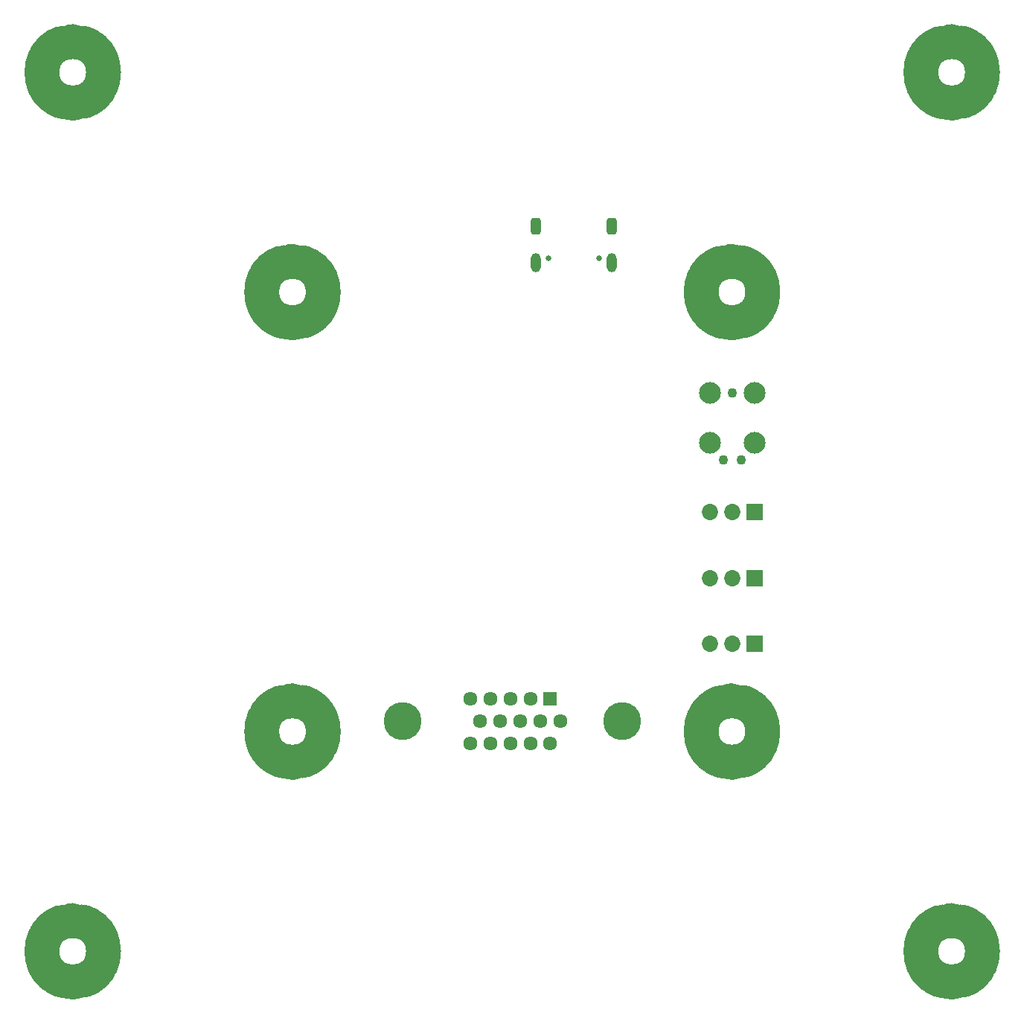
<source format=gbs>
G04*
G04 #@! TF.GenerationSoftware,Altium Limited,Altium Designer,22.2.1 (43)*
G04*
G04 Layer_Color=16711935*
%FSLAX25Y25*%
%MOIN*%
G70*
G04*
G04 #@! TF.SameCoordinates,6F0AF130-F76F-4113-A5DE-7D687C79F967*
G04*
G04*
G04 #@! TF.FilePolarity,Negative*
G04*
G01*
G75*
%ADD37C,0.15748*%
%ADD57C,0.07290*%
%ADD58R,0.07290X0.07290*%
%ADD59C,0.09750*%
%ADD60C,0.04300*%
%ADD61C,0.06337*%
%ADD62C,0.16998*%
%ADD63R,0.06337X0.06337*%
G04:AMPARAMS|DCode=64|XSize=74.87mil|YSize=43.37mil|CornerRadius=11.84mil|HoleSize=0mil|Usage=FLASHONLY|Rotation=270.000|XOffset=0mil|YOffset=0mil|HoleType=Round|Shape=RoundedRectangle|*
%AMROUNDEDRECTD64*
21,1,0.07487,0.01968,0,0,270.0*
21,1,0.05118,0.04337,0,0,270.0*
1,1,0.02368,-0.00984,-0.02559*
1,1,0.02368,-0.00984,0.02559*
1,1,0.02368,0.00984,0.02559*
1,1,0.02368,0.00984,-0.02559*
%
%ADD64ROUNDEDRECTD64*%
%ADD65O,0.04337X0.08668*%
%ADD66C,0.02677*%
D37*
X210531Y-196850D02*
G03*
X210531Y-196850I-13780J0D01*
G01*
X-183169D02*
G03*
X-183169Y-196850I-13780J0D01*
G01*
Y196850D02*
G03*
X-183169Y196850I-13780J0D01*
G01*
X210531D02*
G03*
X210531Y196850I-13780J0D01*
G01*
X112106Y-98425D02*
G03*
X112106Y-98425I-13780J0D01*
G01*
X-84744D02*
G03*
X-84744Y-98425I-13780J0D01*
G01*
Y98425D02*
G03*
X-84744Y98425I-13780J0D01*
G01*
X112106D02*
G03*
X112106Y98425I-13780J0D01*
G01*
D57*
X98425Y-59252D02*
D03*
X88425D02*
D03*
X98425Y0D02*
D03*
X88425D02*
D03*
X98425Y-29626D02*
D03*
X88425D02*
D03*
D58*
X108425Y-59252D02*
D03*
Y0D02*
D03*
Y-29626D02*
D03*
D59*
X88425Y30886D02*
D03*
Y53386D02*
D03*
X108425Y30886D02*
D03*
Y53386D02*
D03*
D60*
X94429Y23386D02*
D03*
X102421D02*
D03*
X98425Y53386D02*
D03*
D61*
X-18937Y-103839D02*
D03*
X-9961D02*
D03*
X-984D02*
D03*
X7992D02*
D03*
X16969D02*
D03*
X-14449Y-93839D02*
D03*
X-5472D02*
D03*
X3504D02*
D03*
X12480D02*
D03*
X21457D02*
D03*
X-18937Y-83839D02*
D03*
X-9961D02*
D03*
X-984D02*
D03*
X7992D02*
D03*
D62*
X49213Y-93839D02*
D03*
X-49173D02*
D03*
D63*
X16969Y-83839D02*
D03*
D64*
X44370Y127953D02*
D03*
X10354D02*
D03*
D65*
X44370Y111496D02*
D03*
X10354D02*
D03*
D66*
X15984Y113465D02*
D03*
X38740D02*
D03*
M02*

</source>
